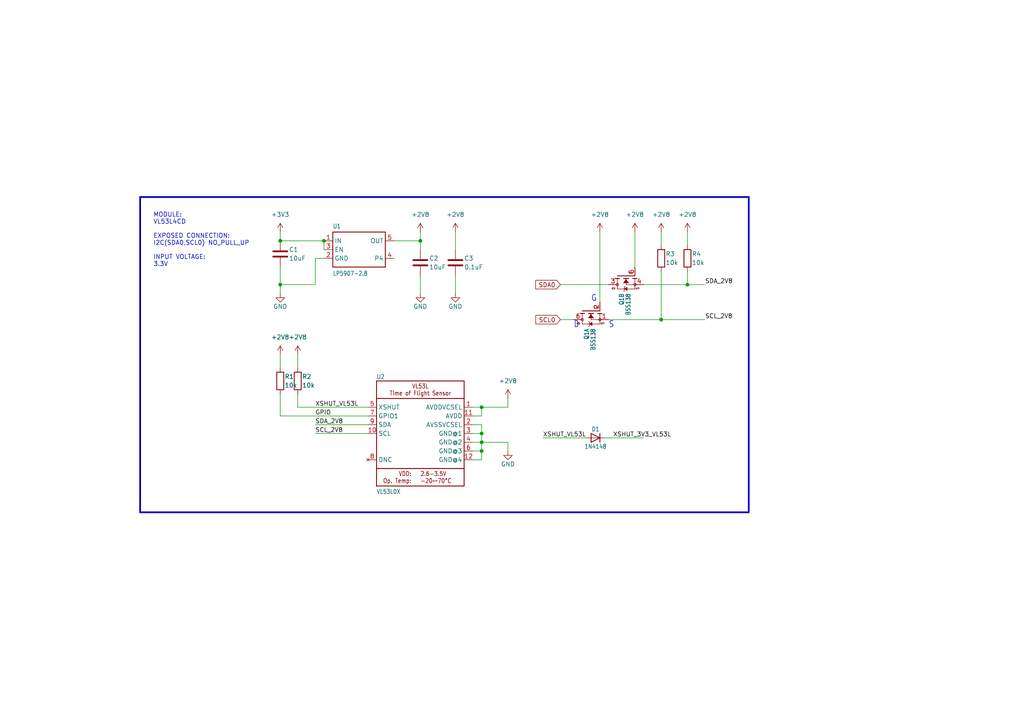
<source format=kicad_sch>
(kicad_sch (version 20230121) (generator eeschema)
  (paper "A4")
  (lib_symbols
    (symbol "Adafruit VL53L4CD-eagle-import:DIODESOD-323"
      (property "Reference" "D" (at 0 2.54 0))
      (symbol "DIODESOD-323_1_0"
        (polyline (pts (xy -1.27 -1.27) (xy 1.27 0)) (stroke (width 0.254)))
        (polyline (pts (xy -1.27 1.27) (xy -1.27 -1.27)) (stroke (width 0.254)))
        (polyline (pts (xy 1.27 0) (xy -1.27 1.27)) (stroke (width 0.254)))
        (polyline (pts (xy 1.27 0) (xy 1.27 -1.27)) (stroke (width 0.254)))
        (polyline (pts (xy 1.27 1.27) (xy 1.27 0)) (stroke (width 0.254)))
        (pin passive line (at -2.54 0 0) (length 2.54) (name "A") (number "A"))
        (pin passive line (at 2.54 0 180) (length 2.54) (name "C") (number "C"))
      )
    )
    (symbol "Adafruit VL53L4CD-eagle-import:MOSFET-N_DUAL"
      (property "Reference" "Q" (at 5.08 0.635 0))
      (symbol "MOSFET-N_DUAL_1_0"
        (polyline (pts (xy 0 2.54) (xy 0 -2.54)) (stroke (width 0.254)))
        (polyline (pts (xy 0.762 -2.54) (xy 0.762 -3.175)) (stroke (width 0.254)))
        (polyline (pts (xy 0.762 -1.905) (xy 0.762 -2.54)) (stroke (width 0.254)))
        (polyline (pts (xy 0.762 0) (xy 0.762 -0.762)) (stroke (width 0.254)))
        (polyline (pts (xy 0.762 0) (xy 2.54 0)) (stroke (width 0.1524)))
        (polyline (pts (xy 0.762 0.762) (xy 0.762 0)) (stroke (width 0.254)))
        (polyline (pts (xy 0.762 2.54) (xy 0.762 1.905)) (stroke (width 0.254)))
        (polyline (pts (xy 0.762 2.54) (xy 3.81 2.54)) (stroke (width 0.1524)))
        (polyline (pts (xy 0.762 3.175) (xy 0.762 2.54)) (stroke (width 0.254)))
        (polyline (pts (xy 2.54 -2.54) (xy 0.762 -2.54)) (stroke (width 0.1524)))
        (polyline (pts (xy 2.54 -2.54) (xy 3.81 -2.54)) (stroke (width 0.1524)))
        (polyline (pts (xy 2.54 0) (xy 2.54 -2.54)) (stroke (width 0.1524)))
        (polyline (pts (xy 3.302 0.508) (xy 3.048 0.254)) (stroke (width 0.1524)))
        (polyline (pts (xy 3.81 0.508) (xy 3.302 0.508)) (stroke (width 0.1524)))
        (polyline (pts (xy 3.81 0.508) (xy 3.81 -2.54)) (stroke (width 0.1524)))
        (polyline (pts (xy 3.81 2.54) (xy 3.81 0.508)) (stroke (width 0.1524)))
        (polyline (pts (xy 4.318 0.508) (xy 3.81 0.508)) (stroke (width 0.1524)))
        (polyline (pts (xy 4.572 0.762) (xy 4.318 0.508)) (stroke (width 0.1524)))
        (polyline (pts (xy 1.016 0) (xy 2.032 0.762) (xy 2.032 -0.762)) (stroke (width 0.1524)) (fill (type outline)))
        (polyline (pts (xy 3.81 0.508) (xy 3.302 -0.254) (xy 4.318 -0.254)) (stroke (width 0.1524)) (fill (type outline)))
        (circle (center 2.54 -2.54) (radius 0.3592))
        (circle (center 2.54 2.54) (radius 0.3592))
        (text "D" (at 3.175 3.175 0) (effects (font (size 0.8128 0.6908)) (justify left bottom)))
        (text "G" (at -1.27 -1.905 0) (effects (font (size 0.8128 0.6908)) (justify left bottom)))
        (text "S" (at 3.175 -3.81 0) (effects (font (size 0.8128 0.6908)) (justify left bottom)))
        (pin bidirectional line (at 2.54 -5.08 90) (length 2.54) (name "S") (number "1"))
        (pin bidirectional line (at -2.54 -2.54 0) (length 2.54) (name "G") (number "2"))
        (pin bidirectional line (at 2.54 5.08 270) (length 2.54) (name "D") (number "6"))
      )
      (symbol "MOSFET-N_DUAL_2_0"
        (polyline (pts (xy 0 2.54) (xy 0 -2.54)) (stroke (width 0.254)))
        (polyline (pts (xy 0.762 -2.54) (xy 0.762 -3.175)) (stroke (width 0.254)))
        (polyline (pts (xy 0.762 -1.905) (xy 0.762 -2.54)) (stroke (width 0.254)))
        (polyline (pts (xy 0.762 0) (xy 0.762 -0.762)) (stroke (width 0.254)))
        (polyline (pts (xy 0.762 0) (xy 2.54 0)) (stroke (width 0.1524)))
        (polyline (pts (xy 0.762 0.762) (xy 0.762 0)) (stroke (width 0.254)))
        (polyline (pts (xy 0.762 2.54) (xy 0.762 1.905)) (stroke (width 0.254)))
        (polyline (pts (xy 0.762 2.54) (xy 3.81 2.54)) (stroke (width 0.1524)))
        (polyline (pts (xy 0.762 3.175) (xy 0.762 2.54)) (stroke (width 0.254)))
        (polyline (pts (xy 2.54 -2.54) (xy 0.762 -2.54)) (stroke (width 0.1524)))
        (polyline (pts (xy 2.54 -2.54) (xy 3.81 -2.54)) (stroke (width 0.1524)))
        (polyline (pts (xy 2.54 0) (xy 2.54 -2.54)) (stroke (width 0.1524)))
        (polyline (pts (xy 3.302 0.508) (xy 3.048 0.254)) (stroke (width 0.1524)))
        (polyline (pts (xy 3.81 0.508) (xy 3.302 0.508)) (stroke (width 0.1524)))
        (polyline (pts (xy 3.81 0.508) (xy 3.81 -2.54)) (stroke (width 0.1524)))
        (polyline (pts (xy 3.81 2.54) (xy 3.81 0.508)) (stroke (width 0.1524)))
        (polyline (pts (xy 4.318 0.508) (xy 3.81 0.508)) (stroke (width 0.1524)))
        (polyline (pts (xy 4.572 0.762) (xy 4.318 0.508)) (stroke (width 0.1524)))
        (polyline (pts (xy 1.016 0) (xy 2.032 0.762) (xy 2.032 -0.762)) (stroke (width 0.1524)) (fill (type outline)))
        (polyline (pts (xy 3.81 0.508) (xy 3.302 -0.254) (xy 4.318 -0.254)) (stroke (width 0.1524)) (fill (type outline)))
        (circle (center 2.54 -2.54) (radius 0.3592))
        (circle (center 2.54 2.54) (radius 0.3592))
        (text "D" (at 3.175 3.175 0) (effects (font (size 0.8128 0.6908)) (justify left bottom)))
        (text "G" (at -1.27 -1.905 0) (effects (font (size 0.8128 0.6908)) (justify left bottom)))
        (text "S" (at 3.175 -3.81 0) (effects (font (size 0.8128 0.6908)) (justify left bottom)))
        (pin bidirectional line (at 2.54 5.08 270) (length 2.54) (name "D") (number "3"))
        (pin bidirectional line (at 2.54 -5.08 90) (length 2.54) (name "S") (number "4"))
        (pin bidirectional line (at -2.54 -2.54 0) (length 2.54) (name "G") (number "5"))
      )
    )
    (symbol "Adafruit VL53L4CD-eagle-import:VL53L0X"
      (property "Reference" "U" (at -12.7 15.7226 0))
      (symbol "VL53L0X_1_0"
        (polyline (pts (xy -12.7 -15.24) (xy 12.7 -15.24)) (stroke (width 0.254)))
        (polyline (pts (xy -12.7 -10.16) (xy -12.7 -15.24)) (stroke (width 0.254)))
        (polyline (pts (xy -12.7 -10.16) (xy -12.7 10.16)) (stroke (width 0.254)))
        (polyline (pts (xy -12.7 10.16) (xy -12.7 15.24)) (stroke (width 0.254)))
        (polyline (pts (xy -12.7 10.16) (xy 12.7 10.16)) (stroke (width 0.254)))
        (polyline (pts (xy -12.7 15.24) (xy 12.7 15.24)) (stroke (width 0.254)))
        (polyline (pts (xy 12.7 -15.24) (xy 12.7 -10.16)) (stroke (width 0.254)))
        (polyline (pts (xy 12.7 -10.16) (xy -12.7 -10.16)) (stroke (width 0.254)))
        (polyline (pts (xy 12.7 10.16) (xy 12.7 -10.16)) (stroke (width 0.254)))
        (polyline (pts (xy 12.7 15.24) (xy 12.7 10.16)) (stroke (width 0.254)))
        (text "2.6-3.5V\n-20~~70°C" (at 0 -12.7 0) (effects (font (size 1.27 1.0795)) (justify left)))
        (text "VDD:\nOp. Temp:" (at -2.54 -12.7 0) (effects (font (size 1.27 1.0795)) (justify right)))
        (text "VL53L\nTime of Flight Sensor" (at 0 12.7 0) (effects (font (size 1.27 1.0795))))
        (pin power_in line (at 15.24 7.62 180) (length 2.54) (name "AVDDVCSEL") (number "1"))
        (pin open_collector line (at -15.24 0 0) (length 2.54) (name "SCL") (number "10"))
        (pin power_in line (at 15.24 5.08 180) (length 2.54) (name "AVDD") (number "11"))
        (pin power_in line (at 15.24 -7.62 180) (length 2.54) (name "GND@4") (number "12"))
        (pin power_in line (at 15.24 2.54 180) (length 2.54) (name "AVSSVCSEL") (number "2"))
        (pin power_in line (at 15.24 0 180) (length 2.54) (name "GND@1") (number "3"))
        (pin power_in line (at 15.24 -2.54 180) (length 2.54) (name "GND@2") (number "4"))
        (pin input line (at -15.24 7.62 0) (length 2.54) (name "XSHUT") (number "5"))
        (pin power_in line (at 15.24 -5.08 180) (length 2.54) (name "GND@3") (number "6"))
        (pin output line (at -15.24 5.08 0) (length 2.54) (name "GPIO1") (number "7"))
        (pin no_connect line (at -15.24 -7.62 0) (length 2.54) (name "DNC") (number "8"))
        (pin open_collector line (at -15.24 2.54 0) (length 2.54) (name "SDA") (number "9"))
      )
    )
    (symbol "Adafruit VL53L4CD-eagle-import:VREG_SOT23-5"
      (property "Reference" "U" (at -7.62 6.096 0))
      (symbol "VREG_SOT23-5_1_0"
        (polyline (pts (xy -7.62 -5.08) (xy -7.62 5.08)) (stroke (width 0.254)))
        (polyline (pts (xy -7.62 5.08) (xy 7.62 5.08)) (stroke (width 0.254)))
        (polyline (pts (xy 7.62 -5.08) (xy -7.62 -5.08)) (stroke (width 0.254)))
        (polyline (pts (xy 7.62 5.08) (xy 7.62 -5.08)) (stroke (width 0.254)))
        (pin power_in line (at -10.16 2.54 0) (length 2.54) (name "IN") (number "1"))
        (pin power_in line (at -10.16 -2.54 0) (length 2.54) (name "GND") (number "2"))
        (pin input line (at -10.16 0 0) (length 2.54) (name "EN") (number "3"))
        (pin bidirectional line (at 10.16 -2.54 180) (length 2.54) (name "P4") (number "4"))
        (pin power_in line (at 10.16 2.54 180) (length 2.54) (name "OUT") (number "5"))
      )
    )
    (symbol "Device:C" (pin_numbers hide) (pin_names (offset 0.254))
      (property "Reference" "C" (at 0.635 2.54 0))
      (property "Value" "C" (at 0.635 -2.54 0))
      (symbol "C_0_1"
        (polyline (pts (xy -2.032 -0.762) (xy 2.032 -0.762)) (stroke (width 0.508)))
        (polyline (pts (xy -2.032 0.762) (xy 2.032 0.762)) (stroke (width 0.508)))
      )
      (symbol "C_1_1"
        (pin passive line (at 0 3.81 270) (length 2.794) (name "~") (number "1"))
        (pin passive line (at 0 -3.81 90) (length 2.794) (name "~") (number "2"))
      )
    )
    (symbol "Device:R" (pin_numbers hide) (pin_names (offset 0))
      (property "Reference" "R" (at 2.032 0 90))
      (property "Value" "R" (at 0 0 90))
      (symbol "R_0_1"
        (rectangle (start -1.016 -2.54) (end 1.016 2.54) (stroke (width 0.254)))
      )
      (symbol "R_1_1"
        (pin passive line (at 0 3.81 270) (length 1.27) (name "~") (number "1"))
        (pin passive line (at 0 -3.81 90) (length 1.27) (name "~") (number "2"))
      )
    )
    (symbol "power:+2V8" (power) (pin_names (offset 0))
      (property "Value" "+2V8" (at 0 3.556 0))
      (symbol "+2V8_0_1"
        (polyline (pts (xy -0.762 1.27) (xy 0 2.54)))
        (polyline (pts (xy 0 0) (xy 0 2.54)))
        (polyline (pts (xy 0 2.54) (xy 0.762 1.27)))
      )
      (symbol "+2V8_1_1"
        (pin power_in line (at 0 0 90) (length 0) hide (name "+2V8") (number "1"))
      )
    )
    (symbol "power:+3V3" (power) (pin_names (offset 0))
      (property "Value" "+3V3" (at 0 3.556 0))
      (symbol "+3V3_0_1"
        (polyline (pts (xy -0.762 1.27) (xy 0 2.54)))
        (polyline (pts (xy 0 0) (xy 0 2.54)))
        (polyline (pts (xy 0 2.54) (xy 0.762 1.27)))
      )
      (symbol "+3V3_1_1"
        (pin power_in line (at 0 0 90) (length 0) hide (name "+3V3") (number "1"))
      )
    )
    (symbol "power:GND" (power) (pin_names (offset 0))
      (property "Value" "GND" (at 0 -3.81 0))
      (symbol "GND_0_1"
        (polyline (pts (xy 0 0) (xy 0 -1.27) (xy 1.27 -1.27) (xy 0 -2.54) (xy -1.27 -1.27) (xy 0 -1.27)))
      )
      (symbol "GND_1_1"
        (pin power_in line (at 0 0 270) (length 0) hide (name "GND") (number "1"))
      )
    )
  )
  (junction (at 81.28 82.55))
  (junction (at 191.77 92.71))
  (junction (at 139.7 128.27))
  (junction (at 121.92 69.85))
  (junction (at 139.7 118.11))
  (junction (at 139.7 130.81))
  (junction (at 139.7 125.73))
  (junction (at 199.39 82.55))
  (junction (at 81.28 69.85))
  (junction (at 93.98 69.85))
  (wire (pts (xy 106.68 125.73) (xy 91.44 125.73)) (stroke (width 0.1524)))
  (wire (pts (xy 81.28 102.87) (xy 81.28 106.68)) (stroke (width 0.1524)))
  (wire (pts (xy 199.39 78.74) (xy 199.39 82.55)) (stroke (width 0.1524)))
  (wire (pts (xy 162.56 92.71) (xy 166.37 92.71)) (stroke (width 0.1524)))
  (wire (pts (xy 81.28 82.55) (xy 81.28 77.47)) (stroke (width 0.1524)))
  (wire (pts (xy 106.68 118.11) (xy 86.36 118.11)) (stroke (width 0.1524)))
  (wire (pts (xy 121.92 69.85) (xy 121.92 72.39)) (stroke (width 0.1524)))
  (wire (pts (xy 137.16 118.11) (xy 139.7 118.11)) (stroke (width 0.1524)))
  (wire (pts (xy 139.7 130.81) (xy 139.7 128.27)) (stroke (width 0.1524)))
  (wire (pts (xy 139.7 120.65) (xy 139.7 118.11)) (stroke (width 0.1524)))
  (wire (pts (xy 114.3 69.85) (xy 121.92 69.85)) (stroke (width 0.1524)))
  (wire (pts (xy 81.28 82.55) (xy 81.28 85.09)) (stroke (width 0.1524)))
  (wire (pts (xy 91.44 74.93) (xy 91.44 82.55)) (stroke (width 0.1524)))
  (wire (pts (xy 199.39 82.55) (xy 204.47 82.55)) (stroke (width 0.1524)))
  (wire (pts (xy 147.32 128.27) (xy 147.32 130.81)) (stroke (width 0.1524)))
  (wire (pts (xy 191.77 92.71) (xy 204.47 92.71)) (stroke (width 0.1524)))
  (wire (pts (xy 137.16 130.81) (xy 139.7 130.81)) (stroke (width 0.1524)))
  (wire (pts (xy 139.7 118.11) (xy 147.32 118.11)) (stroke (width 0.1524)))
  (wire (pts (xy 170.18 127) (xy 157.48 127)) (stroke (width 0.1524)))
  (wire (pts (xy 199.39 69.85) (xy 199.39 71.12)))
  (wire (pts (xy 137.16 123.19) (xy 139.7 123.19)) (stroke (width 0.1524)))
  (wire (pts (xy 186.69 82.55) (xy 199.39 82.55)) (stroke (width 0.1524)))
  (wire (pts (xy 191.77 67.31) (xy 191.77 71.12)) (stroke (width 0.1524)))
  (wire (pts (xy 139.7 133.35) (xy 139.7 130.81)) (stroke (width 0.1524)))
  (wire (pts (xy 121.92 69.85) (xy 121.92 67.31)) (stroke (width 0.1524)))
  (wire (pts (xy 132.08 67.31) (xy 132.08 72.39)) (stroke (width 0.1524)))
  (wire (pts (xy 86.36 102.87) (xy 86.36 106.68)) (stroke (width 0.1524)))
  (wire (pts (xy 139.7 128.27) (xy 147.32 128.27)) (stroke (width 0.1524)))
  (wire (pts (xy 139.7 125.73) (xy 139.7 128.27)) (stroke (width 0.1524)))
  (wire (pts (xy 147.32 118.11) (xy 147.32 115.57)) (stroke (width 0.1524)))
  (wire (pts (xy 137.16 128.27) (xy 139.7 128.27)) (stroke (width 0.1524)))
  (wire (pts (xy 86.36 114.3) (xy 86.36 118.11)) (stroke (width 0.1524)))
  (wire (pts (xy 137.16 125.73) (xy 139.7 125.73)) (stroke (width 0.1524)))
  (wire (pts (xy 173.99 87.63) (xy 173.99 67.31)) (stroke (width 0.1524)))
  (wire (pts (xy 106.68 120.65) (xy 81.28 120.65)) (stroke (width 0.1524)))
  (wire (pts (xy 137.16 133.35) (xy 139.7 133.35)) (stroke (width 0.1524)))
  (wire (pts (xy 93.98 74.93) (xy 91.44 74.93)) (stroke (width 0.1524)))
  (wire (pts (xy 186.69 127) (xy 175.26 127)) (stroke (width 0.1524)))
  (wire (pts (xy 121.92 80.01) (xy 121.92 85.09)) (stroke (width 0.1524)))
  (wire (pts (xy 191.77 78.74) (xy 191.77 92.71)) (stroke (width 0.1524)))
  (wire (pts (xy 106.68 123.19) (xy 91.44 123.19)) (stroke (width 0.1524)))
  (wire (pts (xy 199.39 69.85) (xy 199.39 67.31)) (stroke (width 0.1524)))
  (wire (pts (xy 81.28 67.31) (xy 81.28 69.85)) (stroke (width 0.1524)))
  (wire (pts (xy 176.53 92.71) (xy 191.77 92.71)) (stroke (width 0.1524)))
  (wire (pts (xy 162.56 82.55) (xy 176.53 82.55)) (stroke (width 0.1524)))
  (wire (pts (xy 184.15 77.47) (xy 184.15 67.31)) (stroke (width 0.1524)))
  (wire (pts (xy 93.98 72.39) (xy 93.98 69.85)) (stroke (width 0.1524)))
  (wire (pts (xy 137.16 120.65) (xy 139.7 120.65)) (stroke (width 0.1524)))
  (wire (pts (xy 139.7 123.19) (xy 139.7 125.73)) (stroke (width 0.1524)))
  (wire (pts (xy 93.98 69.85) (xy 81.28 69.85)) (stroke (width 0.1524)))
  (wire (pts (xy 81.28 114.3) (xy 81.28 120.65)) (stroke (width 0.1524)))
  (wire (pts (xy 91.44 82.55) (xy 81.28 82.55)) (stroke (width 0.1524)))
  (wire (pts (xy 132.08 80.01) (xy 132.08 85.09)) (stroke (width 0.1524)))
  (rectangle (start 40.64 57.15) (end 217.17 148.59) (stroke (width 0.5)))
  (text "D" (at 166.37 95.25 0) (effects (font (size 1.778 1.5113)) (justify left bottom)))
  (text "MODULE:\nVL53L4CD\n\nEXPOSED CONNECTION: \nI2C(SDA0,SCL0) NO_PULL_UP\n\nINPUT VOLTAGE:\n3.3V" (at 44.45 77.47 0) (effects (font (size 1.27 1.27)) (justify left bottom)))
  (text "S" (at 176.53 95.25 0) (effects (font (size 1.778 1.5113)) (justify left bottom)))
  (text "G" (at 171.45 87.63 0) (effects (font (size 1.778 1.5113)) (justify left bottom)))
  (label "XSHUT_VL53L" (at 91.44 118.11 0) (effects (font (size 1.2446 1.2446))))
  (label "XSHUT_VL53L" (at 157.48 127 0) (effects (font (size 1.2446 1.2446))))
  (label "XSHUT_3V3_VL53L" (at 177.8 127 0) (effects (font (size 1.2446 1.2446))))
  (label "SCL_2V8" (at 204.47 92.71 0) (effects (font (size 1.2446 1.2446))))
  (label "GPIO" (at 91.44 120.65 0) (effects (font (size 1.2446 1.2446))))
  (label "SDA_2V8" (at 204.47 82.55 0) (effects (font (size 1.2446 1.2446))))
  (label "SCL_2V8" (at 91.44 125.73 0) (effects (font (size 1.2446 1.2446))))
  (label "SDA_2V8" (at 91.44 123.19 0) (effects (font (size 1.2446 1.2446))))
  (global_label "SCL0" (shape input) (at 162.56 92.71 180) (property "Intersheetrefs" "${INTERSHEET_REFS}" (effects hide)))
  (global_label "SDA0" (shape input) (at 162.56 82.55 180) (property "Intersheetrefs" "${INTERSHEET_REFS}" (effects hide)))
  (symbol (lib_id "Adafruit VL53L4CD-eagle-import:MOSFET-N_DUAL") (at 181.61 80.01 90) (mirror x) (unit 2)
    (property "Reference" "Q1" (at 180.975 85.09 0) (effects (font (size 1.27 1.0795)) (justify left bottom)))
    (property "Value" "BSS138" (at 182.88 85.09 0) (effects (font (size 1.27 1.0795)) (justify left bottom)))
    (property "Footprint" "Adafruit VL53L4CD:SOT363" (effects hide))
  )
  (symbol (lib_id "Adafruit VL53L4CD-eagle-import:DIODESOD-323") (at 172.72 127 0) (unit 1)
    (property "Reference" "D1" (at 172.72 124.46 0) (effects (font (size 1.27 1.0795))))
    (property "Value" "1N4148" (at 172.72 129.5 0) (effects (font (size 1.27 1.0795))))
    (property "Footprint" "Adafruit VL53L4CD:SOD-323" (effects hide))
  )
  (symbol (lib_id "Adafruit VL53L4CD-eagle-import:VL53L0X") (at 121.92 125.73 0) (unit 1)
    (property "Reference" "U2" (at 109.22 110.0074 0) (effects (font (size 1.27 1.0795)) (justify left bottom)))
    (property "Value" "VL53L0X" (at 109.22 143.2814 0) (effects (font (size 1.27 1.0795)) (justify left bottom)))
    (property "Footprint" "Adafruit VL53L4CD:LGA12_ST" (effects hide))
  )
  (symbol (lib_id "Device:R") (at 191.77 74.93 0) (unit 1)
    (property "Reference" "R3" (at 193.04 73.66 0) (effects (justify left)))
    (property "Value" "10k" (at 193.04 76.2 0) (effects (justify left)))
    (property "Footprint" "Resistor_SMD:R_01005_0402Metric" (effects hide))
  )
  (symbol (lib_id "power:+2V8") (at 191.77 67.31 0) (unit 1)
    (property "Reference" "#PWR013" (effects hide))
    (property "Value" "+2V8" (at 191.77 62.23 0))
  )
  (symbol (lib_id "power:GND") (at 121.92 85.09 0) (unit 1)
    (property "Reference" "#PWR06" (effects hide))
    (property "Value" "GND" (at 121.92 88.9 0))
  )
  (symbol (lib_id "power:+2V8") (at 81.28 102.87 0) (unit 1)
    (property "Reference" "#PWR03" (effects hide))
    (property "Value" "+2V8" (at 81.28 97.79 0))
  )
  (symbol (lib_id "Device:C") (at 132.08 76.2 0) (unit 1)
    (property "Reference" "C3" (at 134.62 74.93 0) (effects (justify left)))
    (property "Value" "0.1uF" (at 134.62 77.47 0) (effects (justify left)))
    (property "Footprint" "Capacitor_SMD:C_0402_1005Metric" (effects hide))
  )
  (symbol (lib_id "power:+2V8") (at 184.15 67.31 0) (unit 1)
    (property "Reference" "#PWR012" (effects hide))
    (property "Value" "+2V8" (at 184.15 62.23 0))
  )
  (symbol (lib_id "power:+2V8") (at 121.92 67.31 0) (unit 1)
    (property "Reference" "#PWR05" (effects hide))
    (property "Value" "+2V8" (at 121.92 62.23 0))
  )
  (symbol (lib_id "power:GND") (at 147.32 130.81 0) (unit 1)
    (property "Reference" "#PWR010" (effects hide))
    (property "Value" "GND" (at 147.32 134.62 0))
  )
  (symbol (lib_id "power:+2V8") (at 173.99 67.31 0) (unit 1)
    (property "Reference" "#PWR011" (effects hide))
    (property "Value" "+2V8" (at 173.99 62.23 0))
  )
  (symbol (lib_id "power:+3V3") (at 81.28 67.31 0) (unit 1)
    (property "Reference" "#PWR01" (effects hide))
    (property "Value" "+3V3" (at 81.28 62.23 0))
  )
  (symbol (lib_id "Device:R") (at 199.39 74.93 0) (unit 1)
    (property "Reference" "R4" (at 200.66 73.66 0) (effects (justify left)))
    (property "Value" "10k" (at 200.66 76.2 0) (effects (justify left)))
    (property "Footprint" "Resistor_SMD:R_01005_0402Metric" (effects hide))
  )
  (symbol (lib_id "Adafruit VL53L4CD-eagle-import:MOSFET-N_DUAL") (at 171.45 90.17 90) (mirror x) (unit 1)
    (property "Reference" "Q1" (at 170.815 95.25 0) (effects (font (size 1.27 1.0795)) (justify left bottom)))
    (property "Value" "BSS138" (at 172.72 95.25 0) (effects (font (size 1.27 1.0795)) (justify left bottom)))
    (property "Footprint" "Adafruit VL53L4CD:SOT363" (effects hide))
  )
  (symbol (lib_id "Device:R") (at 81.28 110.49 0) (unit 1)
    (property "Reference" "R1" (at 82.55 109.22 0) (effects (justify left)))
    (property "Value" "10k" (at 82.55 111.76 0) (effects (justify left)))
    (property "Footprint" "Resistor_SMD:R_01005_0402Metric" (effects hide))
  )
  (symbol (lib_id "Device:C") (at 81.28 73.66 0) (unit 1)
    (property "Reference" "C1" (at 83.82 72.39 0) (effects (justify left)))
    (property "Value" "10uF" (at 83.82 74.93 0) (effects (justify left)))
    (property "Footprint" "Capacitor_SMD:C_0402_1005Metric" (effects hide))
  )
  (symbol (lib_id "Device:R") (at 86.36 110.49 0) (unit 1)
    (property "Reference" "R2" (at 87.63 109.22 0) (effects (justify left)))
    (property "Value" "10k" (at 87.63 111.76 0) (effects (justify left)))
    (property "Footprint" "Resistor_SMD:R_01005_0402Metric" (effects hide))
  )
  (symbol (lib_id "Device:C") (at 121.92 76.2 0) (unit 1)
    (property "Reference" "C2" (at 124.46 74.93 0) (effects (justify left)))
    (property "Value" "10uF" (at 124.46 77.47 0) (effects (justify left)))
    (property "Footprint" "Capacitor_SMD:C_0402_1005Metric" (effects hide))
  )
  (symbol (lib_id "power:+2V8") (at 147.32 115.57 0) (unit 1)
    (property "Reference" "#PWR09" (effects hide))
    (property "Value" "+2V8" (at 147.32 110.49 0))
  )
  (symbol (lib_id "power:GND") (at 132.08 85.09 0) (unit 1)
    (property "Reference" "#PWR08" (effects hide))
    (property "Value" "GND" (at 132.08 88.9 0))
  )
  (symbol (lib_id "power:+2V8") (at 132.08 67.31 0) (unit 1)
    (property "Reference" "#PWR07" (effects hide))
    (property "Value" "+2V8" (at 132.08 62.23 0))
  )
  (symbol (lib_id "power:+2V8") (at 199.39 67.31 0) (unit 1)
    (property "Reference" "#PWR014" (effects hide))
    (property "Value" "+2V8" (at 199.39 62.23 0))
  )
  (symbol (lib_id "power:+2V8") (at 86.36 102.87 0) (unit 1)
    (property "Reference" "#PWR04" (effects hide))
    (property "Value" "+2V8" (at 86.36 97.79 0))
  )
  (symbol (lib_id "power:GND") (at 81.28 85.09 0) (unit 1)
    (property "Reference" "#PWR02" (effects hide))
    (property "Value" "GND" (at 81.28 88.9 0))
  )
  (symbol (lib_id "Adafruit VL53L4CD-eagle-import:VREG_SOT23-5") (at 104.14 72.39 0) (unit 1)
    (property "Reference" "U1" (at 96.52 66.294 0) (effects (font (size 1.27 1.0795)) (justify left bottom)))
    (property "Value" "LP5907-2.8" (at 96.52 80.01 0) (effects (font (size 1.27 1.0795)) (justify left bottom)))
    (property "Footprint" "Adafruit VL53L4CD:SOT23-5" (effects hide))
  )
)
</source>
